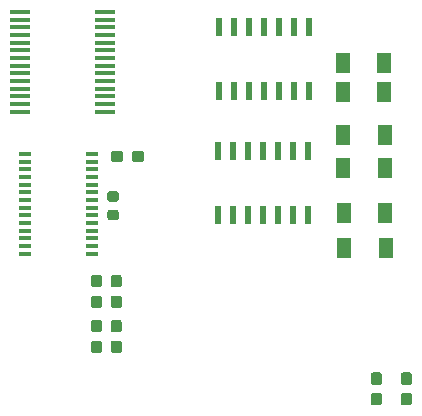
<source format=gbp>
G04 #@! TF.GenerationSoftware,KiCad,Pcbnew,5.0.2+dfsg1-1~bpo9+1*
G04 #@! TF.CreationDate,2020-01-22T15:14:46+01:00*
G04 #@! TF.ProjectId,MOTOR_BOARD_I2C,4d4f544f-525f-4424-9f41-52445f493243,rev?*
G04 #@! TF.SameCoordinates,Original*
G04 #@! TF.FileFunction,Paste,Bot*
G04 #@! TF.FilePolarity,Positive*
%FSLAX46Y46*%
G04 Gerber Fmt 4.6, Leading zero omitted, Abs format (unit mm)*
G04 Created by KiCad (PCBNEW 5.0.2+dfsg1-1~bpo9+1) date mer. 22 janv. 2020 15:14:46 CET*
%MOMM*%
%LPD*%
G01*
G04 APERTURE LIST*
%ADD10R,0.600000X1.500000*%
%ADD11C,0.100000*%
%ADD12C,0.875000*%
%ADD13R,1.300000X1.700000*%
%ADD14C,0.950000*%
%ADD15R,1.750000X0.450000*%
%ADD16R,1.100000X0.400000*%
G04 APERTURE END LIST*
D10*
G04 #@! TO.C,U502*
X201739500Y-72420500D03*
X200469500Y-72420500D03*
X199199500Y-72420500D03*
X197929500Y-72420500D03*
X196659500Y-72420500D03*
X195389500Y-72420500D03*
X194119500Y-72420500D03*
X194119500Y-77820500D03*
X195389500Y-77820500D03*
X196659500Y-77820500D03*
X197929500Y-77820500D03*
X199199500Y-77820500D03*
X200469500Y-77820500D03*
X201739500Y-77820500D03*
G04 #@! TD*
D11*
G04 #@! TO.C,R125*
G36*
X185494397Y-75841939D02*
X185515632Y-75845089D01*
X185536456Y-75850305D01*
X185556668Y-75857537D01*
X185576074Y-75866716D01*
X185594487Y-75877752D01*
X185611730Y-75890540D01*
X185627636Y-75904956D01*
X185642052Y-75920862D01*
X185654840Y-75938105D01*
X185665876Y-75956518D01*
X185675055Y-75975924D01*
X185682287Y-75996136D01*
X185687503Y-76016960D01*
X185690653Y-76038195D01*
X185691706Y-76059636D01*
X185691706Y-76497136D01*
X185690653Y-76518577D01*
X185687503Y-76539812D01*
X185682287Y-76560636D01*
X185675055Y-76580848D01*
X185665876Y-76600254D01*
X185654840Y-76618667D01*
X185642052Y-76635910D01*
X185627636Y-76651816D01*
X185611730Y-76666232D01*
X185594487Y-76679020D01*
X185576074Y-76690056D01*
X185556668Y-76699235D01*
X185536456Y-76706467D01*
X185515632Y-76711683D01*
X185494397Y-76714833D01*
X185472956Y-76715886D01*
X184960456Y-76715886D01*
X184939015Y-76714833D01*
X184917780Y-76711683D01*
X184896956Y-76706467D01*
X184876744Y-76699235D01*
X184857338Y-76690056D01*
X184838925Y-76679020D01*
X184821682Y-76666232D01*
X184805776Y-76651816D01*
X184791360Y-76635910D01*
X184778572Y-76618667D01*
X184767536Y-76600254D01*
X184758357Y-76580848D01*
X184751125Y-76560636D01*
X184745909Y-76539812D01*
X184742759Y-76518577D01*
X184741706Y-76497136D01*
X184741706Y-76059636D01*
X184742759Y-76038195D01*
X184745909Y-76016960D01*
X184751125Y-75996136D01*
X184758357Y-75975924D01*
X184767536Y-75956518D01*
X184778572Y-75938105D01*
X184791360Y-75920862D01*
X184805776Y-75904956D01*
X184821682Y-75890540D01*
X184838925Y-75877752D01*
X184857338Y-75866716D01*
X184876744Y-75857537D01*
X184896956Y-75850305D01*
X184917780Y-75845089D01*
X184939015Y-75841939D01*
X184960456Y-75840886D01*
X185472956Y-75840886D01*
X185494397Y-75841939D01*
X185494397Y-75841939D01*
G37*
D12*
X185216706Y-76278386D03*
D11*
G36*
X185494397Y-77416939D02*
X185515632Y-77420089D01*
X185536456Y-77425305D01*
X185556668Y-77432537D01*
X185576074Y-77441716D01*
X185594487Y-77452752D01*
X185611730Y-77465540D01*
X185627636Y-77479956D01*
X185642052Y-77495862D01*
X185654840Y-77513105D01*
X185665876Y-77531518D01*
X185675055Y-77550924D01*
X185682287Y-77571136D01*
X185687503Y-77591960D01*
X185690653Y-77613195D01*
X185691706Y-77634636D01*
X185691706Y-78072136D01*
X185690653Y-78093577D01*
X185687503Y-78114812D01*
X185682287Y-78135636D01*
X185675055Y-78155848D01*
X185665876Y-78175254D01*
X185654840Y-78193667D01*
X185642052Y-78210910D01*
X185627636Y-78226816D01*
X185611730Y-78241232D01*
X185594487Y-78254020D01*
X185576074Y-78265056D01*
X185556668Y-78274235D01*
X185536456Y-78281467D01*
X185515632Y-78286683D01*
X185494397Y-78289833D01*
X185472956Y-78290886D01*
X184960456Y-78290886D01*
X184939015Y-78289833D01*
X184917780Y-78286683D01*
X184896956Y-78281467D01*
X184876744Y-78274235D01*
X184857338Y-78265056D01*
X184838925Y-78254020D01*
X184821682Y-78241232D01*
X184805776Y-78226816D01*
X184791360Y-78210910D01*
X184778572Y-78193667D01*
X184767536Y-78175254D01*
X184758357Y-78155848D01*
X184751125Y-78135636D01*
X184745909Y-78114812D01*
X184742759Y-78093577D01*
X184741706Y-78072136D01*
X184741706Y-77634636D01*
X184742759Y-77613195D01*
X184745909Y-77591960D01*
X184751125Y-77571136D01*
X184758357Y-77550924D01*
X184767536Y-77531518D01*
X184778572Y-77513105D01*
X184791360Y-77495862D01*
X184805776Y-77479956D01*
X184821682Y-77465540D01*
X184838925Y-77452752D01*
X184857338Y-77441716D01*
X184876744Y-77432537D01*
X184896956Y-77425305D01*
X184917780Y-77420089D01*
X184939015Y-77416939D01*
X184960456Y-77415886D01*
X185472956Y-77415886D01*
X185494397Y-77416939D01*
X185494397Y-77416939D01*
G37*
D12*
X185216706Y-77853386D03*
G04 #@! TD*
D13*
G04 #@! TO.C,D501*
X204724000Y-71056500D03*
X208224000Y-71056500D03*
G04 #@! TD*
D11*
G04 #@! TO.C,R501*
G36*
X187621779Y-72424144D02*
X187644834Y-72427563D01*
X187667443Y-72433227D01*
X187689387Y-72441079D01*
X187710457Y-72451044D01*
X187730448Y-72463026D01*
X187749168Y-72476910D01*
X187766438Y-72492562D01*
X187782090Y-72509832D01*
X187795974Y-72528552D01*
X187807956Y-72548543D01*
X187817921Y-72569613D01*
X187825773Y-72591557D01*
X187831437Y-72614166D01*
X187834856Y-72637221D01*
X187836000Y-72660500D01*
X187836000Y-73135500D01*
X187834856Y-73158779D01*
X187831437Y-73181834D01*
X187825773Y-73204443D01*
X187817921Y-73226387D01*
X187807956Y-73247457D01*
X187795974Y-73267448D01*
X187782090Y-73286168D01*
X187766438Y-73303438D01*
X187749168Y-73319090D01*
X187730448Y-73332974D01*
X187710457Y-73344956D01*
X187689387Y-73354921D01*
X187667443Y-73362773D01*
X187644834Y-73368437D01*
X187621779Y-73371856D01*
X187598500Y-73373000D01*
X187023500Y-73373000D01*
X187000221Y-73371856D01*
X186977166Y-73368437D01*
X186954557Y-73362773D01*
X186932613Y-73354921D01*
X186911543Y-73344956D01*
X186891552Y-73332974D01*
X186872832Y-73319090D01*
X186855562Y-73303438D01*
X186839910Y-73286168D01*
X186826026Y-73267448D01*
X186814044Y-73247457D01*
X186804079Y-73226387D01*
X186796227Y-73204443D01*
X186790563Y-73181834D01*
X186787144Y-73158779D01*
X186786000Y-73135500D01*
X186786000Y-72660500D01*
X186787144Y-72637221D01*
X186790563Y-72614166D01*
X186796227Y-72591557D01*
X186804079Y-72569613D01*
X186814044Y-72548543D01*
X186826026Y-72528552D01*
X186839910Y-72509832D01*
X186855562Y-72492562D01*
X186872832Y-72476910D01*
X186891552Y-72463026D01*
X186911543Y-72451044D01*
X186932613Y-72441079D01*
X186954557Y-72433227D01*
X186977166Y-72427563D01*
X187000221Y-72424144D01*
X187023500Y-72423000D01*
X187598500Y-72423000D01*
X187621779Y-72424144D01*
X187621779Y-72424144D01*
G37*
D14*
X187311000Y-72898000D03*
D11*
G36*
X185871779Y-72424144D02*
X185894834Y-72427563D01*
X185917443Y-72433227D01*
X185939387Y-72441079D01*
X185960457Y-72451044D01*
X185980448Y-72463026D01*
X185999168Y-72476910D01*
X186016438Y-72492562D01*
X186032090Y-72509832D01*
X186045974Y-72528552D01*
X186057956Y-72548543D01*
X186067921Y-72569613D01*
X186075773Y-72591557D01*
X186081437Y-72614166D01*
X186084856Y-72637221D01*
X186086000Y-72660500D01*
X186086000Y-73135500D01*
X186084856Y-73158779D01*
X186081437Y-73181834D01*
X186075773Y-73204443D01*
X186067921Y-73226387D01*
X186057956Y-73247457D01*
X186045974Y-73267448D01*
X186032090Y-73286168D01*
X186016438Y-73303438D01*
X185999168Y-73319090D01*
X185980448Y-73332974D01*
X185960457Y-73344956D01*
X185939387Y-73354921D01*
X185917443Y-73362773D01*
X185894834Y-73368437D01*
X185871779Y-73371856D01*
X185848500Y-73373000D01*
X185273500Y-73373000D01*
X185250221Y-73371856D01*
X185227166Y-73368437D01*
X185204557Y-73362773D01*
X185182613Y-73354921D01*
X185161543Y-73344956D01*
X185141552Y-73332974D01*
X185122832Y-73319090D01*
X185105562Y-73303438D01*
X185089910Y-73286168D01*
X185076026Y-73267448D01*
X185064044Y-73247457D01*
X185054079Y-73226387D01*
X185046227Y-73204443D01*
X185040563Y-73181834D01*
X185037144Y-73158779D01*
X185036000Y-73135500D01*
X185036000Y-72660500D01*
X185037144Y-72637221D01*
X185040563Y-72614166D01*
X185046227Y-72591557D01*
X185054079Y-72569613D01*
X185064044Y-72548543D01*
X185076026Y-72528552D01*
X185089910Y-72509832D01*
X185105562Y-72492562D01*
X185122832Y-72476910D01*
X185141552Y-72463026D01*
X185161543Y-72451044D01*
X185182613Y-72441079D01*
X185204557Y-72433227D01*
X185227166Y-72427563D01*
X185250221Y-72424144D01*
X185273500Y-72423000D01*
X185848500Y-72423000D01*
X185871779Y-72424144D01*
X185871779Y-72424144D01*
G37*
D14*
X185561000Y-72898000D03*
G04 #@! TD*
D10*
G04 #@! TO.C,U501*
X201803000Y-67343000D03*
X200533000Y-67343000D03*
X199263000Y-67343000D03*
X197993000Y-67343000D03*
X196723000Y-67343000D03*
X195453000Y-67343000D03*
X194183000Y-67343000D03*
X194183000Y-61943000D03*
X195453000Y-61943000D03*
X196723000Y-61943000D03*
X197993000Y-61943000D03*
X199263000Y-61943000D03*
X200533000Y-61943000D03*
X201803000Y-61943000D03*
G04 #@! TD*
D13*
G04 #@! TO.C,D504*
X204688500Y-64960500D03*
X208188500Y-64960500D03*
G04 #@! TD*
G04 #@! TO.C,D503*
X204688500Y-67437000D03*
X208188500Y-67437000D03*
G04 #@! TD*
G04 #@! TO.C,D505*
X204752000Y-77724000D03*
X208252000Y-77724000D03*
G04 #@! TD*
G04 #@! TO.C,D506*
X204787500Y-80645000D03*
X208287500Y-80645000D03*
G04 #@! TD*
G04 #@! TO.C,D502*
X204724000Y-73850500D03*
X208224000Y-73850500D03*
G04 #@! TD*
D11*
G04 #@! TO.C,R117*
G36*
X185744279Y-88489144D02*
X185767334Y-88492563D01*
X185789943Y-88498227D01*
X185811887Y-88506079D01*
X185832957Y-88516044D01*
X185852948Y-88528026D01*
X185871668Y-88541910D01*
X185888938Y-88557562D01*
X185904590Y-88574832D01*
X185918474Y-88593552D01*
X185930456Y-88613543D01*
X185940421Y-88634613D01*
X185948273Y-88656557D01*
X185953937Y-88679166D01*
X185957356Y-88702221D01*
X185958500Y-88725500D01*
X185958500Y-89300500D01*
X185957356Y-89323779D01*
X185953937Y-89346834D01*
X185948273Y-89369443D01*
X185940421Y-89391387D01*
X185930456Y-89412457D01*
X185918474Y-89432448D01*
X185904590Y-89451168D01*
X185888938Y-89468438D01*
X185871668Y-89484090D01*
X185852948Y-89497974D01*
X185832957Y-89509956D01*
X185811887Y-89519921D01*
X185789943Y-89527773D01*
X185767334Y-89533437D01*
X185744279Y-89536856D01*
X185721000Y-89538000D01*
X185246000Y-89538000D01*
X185222721Y-89536856D01*
X185199666Y-89533437D01*
X185177057Y-89527773D01*
X185155113Y-89519921D01*
X185134043Y-89509956D01*
X185114052Y-89497974D01*
X185095332Y-89484090D01*
X185078062Y-89468438D01*
X185062410Y-89451168D01*
X185048526Y-89432448D01*
X185036544Y-89412457D01*
X185026579Y-89391387D01*
X185018727Y-89369443D01*
X185013063Y-89346834D01*
X185009644Y-89323779D01*
X185008500Y-89300500D01*
X185008500Y-88725500D01*
X185009644Y-88702221D01*
X185013063Y-88679166D01*
X185018727Y-88656557D01*
X185026579Y-88634613D01*
X185036544Y-88613543D01*
X185048526Y-88593552D01*
X185062410Y-88574832D01*
X185078062Y-88557562D01*
X185095332Y-88541910D01*
X185114052Y-88528026D01*
X185134043Y-88516044D01*
X185155113Y-88506079D01*
X185177057Y-88498227D01*
X185199666Y-88492563D01*
X185222721Y-88489144D01*
X185246000Y-88488000D01*
X185721000Y-88488000D01*
X185744279Y-88489144D01*
X185744279Y-88489144D01*
G37*
D14*
X185483500Y-89013000D03*
D11*
G36*
X185744279Y-86739144D02*
X185767334Y-86742563D01*
X185789943Y-86748227D01*
X185811887Y-86756079D01*
X185832957Y-86766044D01*
X185852948Y-86778026D01*
X185871668Y-86791910D01*
X185888938Y-86807562D01*
X185904590Y-86824832D01*
X185918474Y-86843552D01*
X185930456Y-86863543D01*
X185940421Y-86884613D01*
X185948273Y-86906557D01*
X185953937Y-86929166D01*
X185957356Y-86952221D01*
X185958500Y-86975500D01*
X185958500Y-87550500D01*
X185957356Y-87573779D01*
X185953937Y-87596834D01*
X185948273Y-87619443D01*
X185940421Y-87641387D01*
X185930456Y-87662457D01*
X185918474Y-87682448D01*
X185904590Y-87701168D01*
X185888938Y-87718438D01*
X185871668Y-87734090D01*
X185852948Y-87747974D01*
X185832957Y-87759956D01*
X185811887Y-87769921D01*
X185789943Y-87777773D01*
X185767334Y-87783437D01*
X185744279Y-87786856D01*
X185721000Y-87788000D01*
X185246000Y-87788000D01*
X185222721Y-87786856D01*
X185199666Y-87783437D01*
X185177057Y-87777773D01*
X185155113Y-87769921D01*
X185134043Y-87759956D01*
X185114052Y-87747974D01*
X185095332Y-87734090D01*
X185078062Y-87718438D01*
X185062410Y-87701168D01*
X185048526Y-87682448D01*
X185036544Y-87662457D01*
X185026579Y-87641387D01*
X185018727Y-87619443D01*
X185013063Y-87596834D01*
X185009644Y-87573779D01*
X185008500Y-87550500D01*
X185008500Y-86975500D01*
X185009644Y-86952221D01*
X185013063Y-86929166D01*
X185018727Y-86906557D01*
X185026579Y-86884613D01*
X185036544Y-86863543D01*
X185048526Y-86843552D01*
X185062410Y-86824832D01*
X185078062Y-86807562D01*
X185095332Y-86791910D01*
X185114052Y-86778026D01*
X185134043Y-86766044D01*
X185155113Y-86756079D01*
X185177057Y-86748227D01*
X185199666Y-86742563D01*
X185222721Y-86739144D01*
X185246000Y-86738000D01*
X185721000Y-86738000D01*
X185744279Y-86739144D01*
X185744279Y-86739144D01*
G37*
D14*
X185483500Y-87263000D03*
G04 #@! TD*
D11*
G04 #@! TO.C,R118*
G36*
X185744279Y-84679144D02*
X185767334Y-84682563D01*
X185789943Y-84688227D01*
X185811887Y-84696079D01*
X185832957Y-84706044D01*
X185852948Y-84718026D01*
X185871668Y-84731910D01*
X185888938Y-84747562D01*
X185904590Y-84764832D01*
X185918474Y-84783552D01*
X185930456Y-84803543D01*
X185940421Y-84824613D01*
X185948273Y-84846557D01*
X185953937Y-84869166D01*
X185957356Y-84892221D01*
X185958500Y-84915500D01*
X185958500Y-85490500D01*
X185957356Y-85513779D01*
X185953937Y-85536834D01*
X185948273Y-85559443D01*
X185940421Y-85581387D01*
X185930456Y-85602457D01*
X185918474Y-85622448D01*
X185904590Y-85641168D01*
X185888938Y-85658438D01*
X185871668Y-85674090D01*
X185852948Y-85687974D01*
X185832957Y-85699956D01*
X185811887Y-85709921D01*
X185789943Y-85717773D01*
X185767334Y-85723437D01*
X185744279Y-85726856D01*
X185721000Y-85728000D01*
X185246000Y-85728000D01*
X185222721Y-85726856D01*
X185199666Y-85723437D01*
X185177057Y-85717773D01*
X185155113Y-85709921D01*
X185134043Y-85699956D01*
X185114052Y-85687974D01*
X185095332Y-85674090D01*
X185078062Y-85658438D01*
X185062410Y-85641168D01*
X185048526Y-85622448D01*
X185036544Y-85602457D01*
X185026579Y-85581387D01*
X185018727Y-85559443D01*
X185013063Y-85536834D01*
X185009644Y-85513779D01*
X185008500Y-85490500D01*
X185008500Y-84915500D01*
X185009644Y-84892221D01*
X185013063Y-84869166D01*
X185018727Y-84846557D01*
X185026579Y-84824613D01*
X185036544Y-84803543D01*
X185048526Y-84783552D01*
X185062410Y-84764832D01*
X185078062Y-84747562D01*
X185095332Y-84731910D01*
X185114052Y-84718026D01*
X185134043Y-84706044D01*
X185155113Y-84696079D01*
X185177057Y-84688227D01*
X185199666Y-84682563D01*
X185222721Y-84679144D01*
X185246000Y-84678000D01*
X185721000Y-84678000D01*
X185744279Y-84679144D01*
X185744279Y-84679144D01*
G37*
D14*
X185483500Y-85203000D03*
D11*
G36*
X185744279Y-82929144D02*
X185767334Y-82932563D01*
X185789943Y-82938227D01*
X185811887Y-82946079D01*
X185832957Y-82956044D01*
X185852948Y-82968026D01*
X185871668Y-82981910D01*
X185888938Y-82997562D01*
X185904590Y-83014832D01*
X185918474Y-83033552D01*
X185930456Y-83053543D01*
X185940421Y-83074613D01*
X185948273Y-83096557D01*
X185953937Y-83119166D01*
X185957356Y-83142221D01*
X185958500Y-83165500D01*
X185958500Y-83740500D01*
X185957356Y-83763779D01*
X185953937Y-83786834D01*
X185948273Y-83809443D01*
X185940421Y-83831387D01*
X185930456Y-83852457D01*
X185918474Y-83872448D01*
X185904590Y-83891168D01*
X185888938Y-83908438D01*
X185871668Y-83924090D01*
X185852948Y-83937974D01*
X185832957Y-83949956D01*
X185811887Y-83959921D01*
X185789943Y-83967773D01*
X185767334Y-83973437D01*
X185744279Y-83976856D01*
X185721000Y-83978000D01*
X185246000Y-83978000D01*
X185222721Y-83976856D01*
X185199666Y-83973437D01*
X185177057Y-83967773D01*
X185155113Y-83959921D01*
X185134043Y-83949956D01*
X185114052Y-83937974D01*
X185095332Y-83924090D01*
X185078062Y-83908438D01*
X185062410Y-83891168D01*
X185048526Y-83872448D01*
X185036544Y-83852457D01*
X185026579Y-83831387D01*
X185018727Y-83809443D01*
X185013063Y-83786834D01*
X185009644Y-83763779D01*
X185008500Y-83740500D01*
X185008500Y-83165500D01*
X185009644Y-83142221D01*
X185013063Y-83119166D01*
X185018727Y-83096557D01*
X185026579Y-83074613D01*
X185036544Y-83053543D01*
X185048526Y-83033552D01*
X185062410Y-83014832D01*
X185078062Y-82997562D01*
X185095332Y-82981910D01*
X185114052Y-82968026D01*
X185134043Y-82956044D01*
X185155113Y-82946079D01*
X185177057Y-82938227D01*
X185199666Y-82932563D01*
X185222721Y-82929144D01*
X185246000Y-82928000D01*
X185721000Y-82928000D01*
X185744279Y-82929144D01*
X185744279Y-82929144D01*
G37*
D14*
X185483500Y-83453000D03*
G04 #@! TD*
D11*
G04 #@! TO.C,R119*
G36*
X184093279Y-88489144D02*
X184116334Y-88492563D01*
X184138943Y-88498227D01*
X184160887Y-88506079D01*
X184181957Y-88516044D01*
X184201948Y-88528026D01*
X184220668Y-88541910D01*
X184237938Y-88557562D01*
X184253590Y-88574832D01*
X184267474Y-88593552D01*
X184279456Y-88613543D01*
X184289421Y-88634613D01*
X184297273Y-88656557D01*
X184302937Y-88679166D01*
X184306356Y-88702221D01*
X184307500Y-88725500D01*
X184307500Y-89300500D01*
X184306356Y-89323779D01*
X184302937Y-89346834D01*
X184297273Y-89369443D01*
X184289421Y-89391387D01*
X184279456Y-89412457D01*
X184267474Y-89432448D01*
X184253590Y-89451168D01*
X184237938Y-89468438D01*
X184220668Y-89484090D01*
X184201948Y-89497974D01*
X184181957Y-89509956D01*
X184160887Y-89519921D01*
X184138943Y-89527773D01*
X184116334Y-89533437D01*
X184093279Y-89536856D01*
X184070000Y-89538000D01*
X183595000Y-89538000D01*
X183571721Y-89536856D01*
X183548666Y-89533437D01*
X183526057Y-89527773D01*
X183504113Y-89519921D01*
X183483043Y-89509956D01*
X183463052Y-89497974D01*
X183444332Y-89484090D01*
X183427062Y-89468438D01*
X183411410Y-89451168D01*
X183397526Y-89432448D01*
X183385544Y-89412457D01*
X183375579Y-89391387D01*
X183367727Y-89369443D01*
X183362063Y-89346834D01*
X183358644Y-89323779D01*
X183357500Y-89300500D01*
X183357500Y-88725500D01*
X183358644Y-88702221D01*
X183362063Y-88679166D01*
X183367727Y-88656557D01*
X183375579Y-88634613D01*
X183385544Y-88613543D01*
X183397526Y-88593552D01*
X183411410Y-88574832D01*
X183427062Y-88557562D01*
X183444332Y-88541910D01*
X183463052Y-88528026D01*
X183483043Y-88516044D01*
X183504113Y-88506079D01*
X183526057Y-88498227D01*
X183548666Y-88492563D01*
X183571721Y-88489144D01*
X183595000Y-88488000D01*
X184070000Y-88488000D01*
X184093279Y-88489144D01*
X184093279Y-88489144D01*
G37*
D14*
X183832500Y-89013000D03*
D11*
G36*
X184093279Y-86739144D02*
X184116334Y-86742563D01*
X184138943Y-86748227D01*
X184160887Y-86756079D01*
X184181957Y-86766044D01*
X184201948Y-86778026D01*
X184220668Y-86791910D01*
X184237938Y-86807562D01*
X184253590Y-86824832D01*
X184267474Y-86843552D01*
X184279456Y-86863543D01*
X184289421Y-86884613D01*
X184297273Y-86906557D01*
X184302937Y-86929166D01*
X184306356Y-86952221D01*
X184307500Y-86975500D01*
X184307500Y-87550500D01*
X184306356Y-87573779D01*
X184302937Y-87596834D01*
X184297273Y-87619443D01*
X184289421Y-87641387D01*
X184279456Y-87662457D01*
X184267474Y-87682448D01*
X184253590Y-87701168D01*
X184237938Y-87718438D01*
X184220668Y-87734090D01*
X184201948Y-87747974D01*
X184181957Y-87759956D01*
X184160887Y-87769921D01*
X184138943Y-87777773D01*
X184116334Y-87783437D01*
X184093279Y-87786856D01*
X184070000Y-87788000D01*
X183595000Y-87788000D01*
X183571721Y-87786856D01*
X183548666Y-87783437D01*
X183526057Y-87777773D01*
X183504113Y-87769921D01*
X183483043Y-87759956D01*
X183463052Y-87747974D01*
X183444332Y-87734090D01*
X183427062Y-87718438D01*
X183411410Y-87701168D01*
X183397526Y-87682448D01*
X183385544Y-87662457D01*
X183375579Y-87641387D01*
X183367727Y-87619443D01*
X183362063Y-87596834D01*
X183358644Y-87573779D01*
X183357500Y-87550500D01*
X183357500Y-86975500D01*
X183358644Y-86952221D01*
X183362063Y-86929166D01*
X183367727Y-86906557D01*
X183375579Y-86884613D01*
X183385544Y-86863543D01*
X183397526Y-86843552D01*
X183411410Y-86824832D01*
X183427062Y-86807562D01*
X183444332Y-86791910D01*
X183463052Y-86778026D01*
X183483043Y-86766044D01*
X183504113Y-86756079D01*
X183526057Y-86748227D01*
X183548666Y-86742563D01*
X183571721Y-86739144D01*
X183595000Y-86738000D01*
X184070000Y-86738000D01*
X184093279Y-86739144D01*
X184093279Y-86739144D01*
G37*
D14*
X183832500Y-87263000D03*
G04 #@! TD*
D11*
G04 #@! TO.C,R120*
G36*
X184093279Y-82929144D02*
X184116334Y-82932563D01*
X184138943Y-82938227D01*
X184160887Y-82946079D01*
X184181957Y-82956044D01*
X184201948Y-82968026D01*
X184220668Y-82981910D01*
X184237938Y-82997562D01*
X184253590Y-83014832D01*
X184267474Y-83033552D01*
X184279456Y-83053543D01*
X184289421Y-83074613D01*
X184297273Y-83096557D01*
X184302937Y-83119166D01*
X184306356Y-83142221D01*
X184307500Y-83165500D01*
X184307500Y-83740500D01*
X184306356Y-83763779D01*
X184302937Y-83786834D01*
X184297273Y-83809443D01*
X184289421Y-83831387D01*
X184279456Y-83852457D01*
X184267474Y-83872448D01*
X184253590Y-83891168D01*
X184237938Y-83908438D01*
X184220668Y-83924090D01*
X184201948Y-83937974D01*
X184181957Y-83949956D01*
X184160887Y-83959921D01*
X184138943Y-83967773D01*
X184116334Y-83973437D01*
X184093279Y-83976856D01*
X184070000Y-83978000D01*
X183595000Y-83978000D01*
X183571721Y-83976856D01*
X183548666Y-83973437D01*
X183526057Y-83967773D01*
X183504113Y-83959921D01*
X183483043Y-83949956D01*
X183463052Y-83937974D01*
X183444332Y-83924090D01*
X183427062Y-83908438D01*
X183411410Y-83891168D01*
X183397526Y-83872448D01*
X183385544Y-83852457D01*
X183375579Y-83831387D01*
X183367727Y-83809443D01*
X183362063Y-83786834D01*
X183358644Y-83763779D01*
X183357500Y-83740500D01*
X183357500Y-83165500D01*
X183358644Y-83142221D01*
X183362063Y-83119166D01*
X183367727Y-83096557D01*
X183375579Y-83074613D01*
X183385544Y-83053543D01*
X183397526Y-83033552D01*
X183411410Y-83014832D01*
X183427062Y-82997562D01*
X183444332Y-82981910D01*
X183463052Y-82968026D01*
X183483043Y-82956044D01*
X183504113Y-82946079D01*
X183526057Y-82938227D01*
X183548666Y-82932563D01*
X183571721Y-82929144D01*
X183595000Y-82928000D01*
X184070000Y-82928000D01*
X184093279Y-82929144D01*
X184093279Y-82929144D01*
G37*
D14*
X183832500Y-83453000D03*
D11*
G36*
X184093279Y-84679144D02*
X184116334Y-84682563D01*
X184138943Y-84688227D01*
X184160887Y-84696079D01*
X184181957Y-84706044D01*
X184201948Y-84718026D01*
X184220668Y-84731910D01*
X184237938Y-84747562D01*
X184253590Y-84764832D01*
X184267474Y-84783552D01*
X184279456Y-84803543D01*
X184289421Y-84824613D01*
X184297273Y-84846557D01*
X184302937Y-84869166D01*
X184306356Y-84892221D01*
X184307500Y-84915500D01*
X184307500Y-85490500D01*
X184306356Y-85513779D01*
X184302937Y-85536834D01*
X184297273Y-85559443D01*
X184289421Y-85581387D01*
X184279456Y-85602457D01*
X184267474Y-85622448D01*
X184253590Y-85641168D01*
X184237938Y-85658438D01*
X184220668Y-85674090D01*
X184201948Y-85687974D01*
X184181957Y-85699956D01*
X184160887Y-85709921D01*
X184138943Y-85717773D01*
X184116334Y-85723437D01*
X184093279Y-85726856D01*
X184070000Y-85728000D01*
X183595000Y-85728000D01*
X183571721Y-85726856D01*
X183548666Y-85723437D01*
X183526057Y-85717773D01*
X183504113Y-85709921D01*
X183483043Y-85699956D01*
X183463052Y-85687974D01*
X183444332Y-85674090D01*
X183427062Y-85658438D01*
X183411410Y-85641168D01*
X183397526Y-85622448D01*
X183385544Y-85602457D01*
X183375579Y-85581387D01*
X183367727Y-85559443D01*
X183362063Y-85536834D01*
X183358644Y-85513779D01*
X183357500Y-85490500D01*
X183357500Y-84915500D01*
X183358644Y-84892221D01*
X183362063Y-84869166D01*
X183367727Y-84846557D01*
X183375579Y-84824613D01*
X183385544Y-84803543D01*
X183397526Y-84783552D01*
X183411410Y-84764832D01*
X183427062Y-84747562D01*
X183444332Y-84731910D01*
X183463052Y-84718026D01*
X183483043Y-84706044D01*
X183504113Y-84696079D01*
X183526057Y-84688227D01*
X183548666Y-84682563D01*
X183571721Y-84679144D01*
X183595000Y-84678000D01*
X184070000Y-84678000D01*
X184093279Y-84679144D01*
X184093279Y-84679144D01*
G37*
D14*
X183832500Y-85203000D03*
G04 #@! TD*
D11*
G04 #@! TO.C,R121*
G36*
X210318779Y-92934144D02*
X210341834Y-92937563D01*
X210364443Y-92943227D01*
X210386387Y-92951079D01*
X210407457Y-92961044D01*
X210427448Y-92973026D01*
X210446168Y-92986910D01*
X210463438Y-93002562D01*
X210479090Y-93019832D01*
X210492974Y-93038552D01*
X210504956Y-93058543D01*
X210514921Y-93079613D01*
X210522773Y-93101557D01*
X210528437Y-93124166D01*
X210531856Y-93147221D01*
X210533000Y-93170500D01*
X210533000Y-93745500D01*
X210531856Y-93768779D01*
X210528437Y-93791834D01*
X210522773Y-93814443D01*
X210514921Y-93836387D01*
X210504956Y-93857457D01*
X210492974Y-93877448D01*
X210479090Y-93896168D01*
X210463438Y-93913438D01*
X210446168Y-93929090D01*
X210427448Y-93942974D01*
X210407457Y-93954956D01*
X210386387Y-93964921D01*
X210364443Y-93972773D01*
X210341834Y-93978437D01*
X210318779Y-93981856D01*
X210295500Y-93983000D01*
X209820500Y-93983000D01*
X209797221Y-93981856D01*
X209774166Y-93978437D01*
X209751557Y-93972773D01*
X209729613Y-93964921D01*
X209708543Y-93954956D01*
X209688552Y-93942974D01*
X209669832Y-93929090D01*
X209652562Y-93913438D01*
X209636910Y-93896168D01*
X209623026Y-93877448D01*
X209611044Y-93857457D01*
X209601079Y-93836387D01*
X209593227Y-93814443D01*
X209587563Y-93791834D01*
X209584144Y-93768779D01*
X209583000Y-93745500D01*
X209583000Y-93170500D01*
X209584144Y-93147221D01*
X209587563Y-93124166D01*
X209593227Y-93101557D01*
X209601079Y-93079613D01*
X209611044Y-93058543D01*
X209623026Y-93038552D01*
X209636910Y-93019832D01*
X209652562Y-93002562D01*
X209669832Y-92986910D01*
X209688552Y-92973026D01*
X209708543Y-92961044D01*
X209729613Y-92951079D01*
X209751557Y-92943227D01*
X209774166Y-92937563D01*
X209797221Y-92934144D01*
X209820500Y-92933000D01*
X210295500Y-92933000D01*
X210318779Y-92934144D01*
X210318779Y-92934144D01*
G37*
D14*
X210058000Y-93458000D03*
D11*
G36*
X210318779Y-91184144D02*
X210341834Y-91187563D01*
X210364443Y-91193227D01*
X210386387Y-91201079D01*
X210407457Y-91211044D01*
X210427448Y-91223026D01*
X210446168Y-91236910D01*
X210463438Y-91252562D01*
X210479090Y-91269832D01*
X210492974Y-91288552D01*
X210504956Y-91308543D01*
X210514921Y-91329613D01*
X210522773Y-91351557D01*
X210528437Y-91374166D01*
X210531856Y-91397221D01*
X210533000Y-91420500D01*
X210533000Y-91995500D01*
X210531856Y-92018779D01*
X210528437Y-92041834D01*
X210522773Y-92064443D01*
X210514921Y-92086387D01*
X210504956Y-92107457D01*
X210492974Y-92127448D01*
X210479090Y-92146168D01*
X210463438Y-92163438D01*
X210446168Y-92179090D01*
X210427448Y-92192974D01*
X210407457Y-92204956D01*
X210386387Y-92214921D01*
X210364443Y-92222773D01*
X210341834Y-92228437D01*
X210318779Y-92231856D01*
X210295500Y-92233000D01*
X209820500Y-92233000D01*
X209797221Y-92231856D01*
X209774166Y-92228437D01*
X209751557Y-92222773D01*
X209729613Y-92214921D01*
X209708543Y-92204956D01*
X209688552Y-92192974D01*
X209669832Y-92179090D01*
X209652562Y-92163438D01*
X209636910Y-92146168D01*
X209623026Y-92127448D01*
X209611044Y-92107457D01*
X209601079Y-92086387D01*
X209593227Y-92064443D01*
X209587563Y-92041834D01*
X209584144Y-92018779D01*
X209583000Y-91995500D01*
X209583000Y-91420500D01*
X209584144Y-91397221D01*
X209587563Y-91374166D01*
X209593227Y-91351557D01*
X209601079Y-91329613D01*
X209611044Y-91308543D01*
X209623026Y-91288552D01*
X209636910Y-91269832D01*
X209652562Y-91252562D01*
X209669832Y-91236910D01*
X209688552Y-91223026D01*
X209708543Y-91211044D01*
X209729613Y-91201079D01*
X209751557Y-91193227D01*
X209774166Y-91187563D01*
X209797221Y-91184144D01*
X209820500Y-91183000D01*
X210295500Y-91183000D01*
X210318779Y-91184144D01*
X210318779Y-91184144D01*
G37*
D14*
X210058000Y-91708000D03*
G04 #@! TD*
D11*
G04 #@! TO.C,R122*
G36*
X207778779Y-91184144D02*
X207801834Y-91187563D01*
X207824443Y-91193227D01*
X207846387Y-91201079D01*
X207867457Y-91211044D01*
X207887448Y-91223026D01*
X207906168Y-91236910D01*
X207923438Y-91252562D01*
X207939090Y-91269832D01*
X207952974Y-91288552D01*
X207964956Y-91308543D01*
X207974921Y-91329613D01*
X207982773Y-91351557D01*
X207988437Y-91374166D01*
X207991856Y-91397221D01*
X207993000Y-91420500D01*
X207993000Y-91995500D01*
X207991856Y-92018779D01*
X207988437Y-92041834D01*
X207982773Y-92064443D01*
X207974921Y-92086387D01*
X207964956Y-92107457D01*
X207952974Y-92127448D01*
X207939090Y-92146168D01*
X207923438Y-92163438D01*
X207906168Y-92179090D01*
X207887448Y-92192974D01*
X207867457Y-92204956D01*
X207846387Y-92214921D01*
X207824443Y-92222773D01*
X207801834Y-92228437D01*
X207778779Y-92231856D01*
X207755500Y-92233000D01*
X207280500Y-92233000D01*
X207257221Y-92231856D01*
X207234166Y-92228437D01*
X207211557Y-92222773D01*
X207189613Y-92214921D01*
X207168543Y-92204956D01*
X207148552Y-92192974D01*
X207129832Y-92179090D01*
X207112562Y-92163438D01*
X207096910Y-92146168D01*
X207083026Y-92127448D01*
X207071044Y-92107457D01*
X207061079Y-92086387D01*
X207053227Y-92064443D01*
X207047563Y-92041834D01*
X207044144Y-92018779D01*
X207043000Y-91995500D01*
X207043000Y-91420500D01*
X207044144Y-91397221D01*
X207047563Y-91374166D01*
X207053227Y-91351557D01*
X207061079Y-91329613D01*
X207071044Y-91308543D01*
X207083026Y-91288552D01*
X207096910Y-91269832D01*
X207112562Y-91252562D01*
X207129832Y-91236910D01*
X207148552Y-91223026D01*
X207168543Y-91211044D01*
X207189613Y-91201079D01*
X207211557Y-91193227D01*
X207234166Y-91187563D01*
X207257221Y-91184144D01*
X207280500Y-91183000D01*
X207755500Y-91183000D01*
X207778779Y-91184144D01*
X207778779Y-91184144D01*
G37*
D14*
X207518000Y-91708000D03*
D11*
G36*
X207778779Y-92934144D02*
X207801834Y-92937563D01*
X207824443Y-92943227D01*
X207846387Y-92951079D01*
X207867457Y-92961044D01*
X207887448Y-92973026D01*
X207906168Y-92986910D01*
X207923438Y-93002562D01*
X207939090Y-93019832D01*
X207952974Y-93038552D01*
X207964956Y-93058543D01*
X207974921Y-93079613D01*
X207982773Y-93101557D01*
X207988437Y-93124166D01*
X207991856Y-93147221D01*
X207993000Y-93170500D01*
X207993000Y-93745500D01*
X207991856Y-93768779D01*
X207988437Y-93791834D01*
X207982773Y-93814443D01*
X207974921Y-93836387D01*
X207964956Y-93857457D01*
X207952974Y-93877448D01*
X207939090Y-93896168D01*
X207923438Y-93913438D01*
X207906168Y-93929090D01*
X207887448Y-93942974D01*
X207867457Y-93954956D01*
X207846387Y-93964921D01*
X207824443Y-93972773D01*
X207801834Y-93978437D01*
X207778779Y-93981856D01*
X207755500Y-93983000D01*
X207280500Y-93983000D01*
X207257221Y-93981856D01*
X207234166Y-93978437D01*
X207211557Y-93972773D01*
X207189613Y-93964921D01*
X207168543Y-93954956D01*
X207148552Y-93942974D01*
X207129832Y-93929090D01*
X207112562Y-93913438D01*
X207096910Y-93896168D01*
X207083026Y-93877448D01*
X207071044Y-93857457D01*
X207061079Y-93836387D01*
X207053227Y-93814443D01*
X207047563Y-93791834D01*
X207044144Y-93768779D01*
X207043000Y-93745500D01*
X207043000Y-93170500D01*
X207044144Y-93147221D01*
X207047563Y-93124166D01*
X207053227Y-93101557D01*
X207061079Y-93079613D01*
X207071044Y-93058543D01*
X207083026Y-93038552D01*
X207096910Y-93019832D01*
X207112562Y-93002562D01*
X207129832Y-92986910D01*
X207148552Y-92973026D01*
X207168543Y-92961044D01*
X207189613Y-92951079D01*
X207211557Y-92943227D01*
X207234166Y-92937563D01*
X207257221Y-92934144D01*
X207280500Y-92933000D01*
X207755500Y-92933000D01*
X207778779Y-92934144D01*
X207778779Y-92934144D01*
G37*
D14*
X207518000Y-93458000D03*
G04 #@! TD*
D15*
G04 #@! TO.C,U102*
X184575000Y-60672000D03*
X184575000Y-61322000D03*
X184575000Y-61972000D03*
X184575000Y-62622000D03*
X184575000Y-63272000D03*
X184575000Y-63922000D03*
X184575000Y-64572000D03*
X184575000Y-65222000D03*
X184575000Y-65872000D03*
X184575000Y-66522000D03*
X184575000Y-67172000D03*
X184575000Y-67822000D03*
X184575000Y-68472000D03*
X184575000Y-69122000D03*
X177375000Y-69122000D03*
X177375000Y-68472000D03*
X177375000Y-67822000D03*
X177375000Y-67172000D03*
X177375000Y-66522000D03*
X177375000Y-65872000D03*
X177375000Y-65222000D03*
X177375000Y-64572000D03*
X177375000Y-63922000D03*
X177375000Y-63272000D03*
X177375000Y-62622000D03*
X177375000Y-61972000D03*
X177375000Y-61322000D03*
X177375000Y-60672000D03*
G04 #@! TD*
D16*
G04 #@! TO.C,U104*
X177774799Y-81136506D03*
X177774799Y-80486506D03*
X177774799Y-79836506D03*
X177774799Y-79186506D03*
X177774799Y-78536506D03*
X177774799Y-77886506D03*
X177774799Y-77236506D03*
X177774799Y-76586506D03*
X177774799Y-75936506D03*
X177774799Y-75286506D03*
X177774799Y-74636506D03*
X177774799Y-73986506D03*
X177774799Y-73336506D03*
X177774799Y-72686506D03*
X183474799Y-72686506D03*
X183474799Y-73336506D03*
X183474799Y-73986506D03*
X183474799Y-74636506D03*
X183474799Y-75286506D03*
X183474799Y-75936506D03*
X183474799Y-76586506D03*
X183474799Y-77236506D03*
X183474799Y-77886506D03*
X183474799Y-78536506D03*
X183474799Y-79186506D03*
X183474799Y-79836506D03*
X183474799Y-80486506D03*
X183474799Y-81136506D03*
G04 #@! TD*
M02*

</source>
